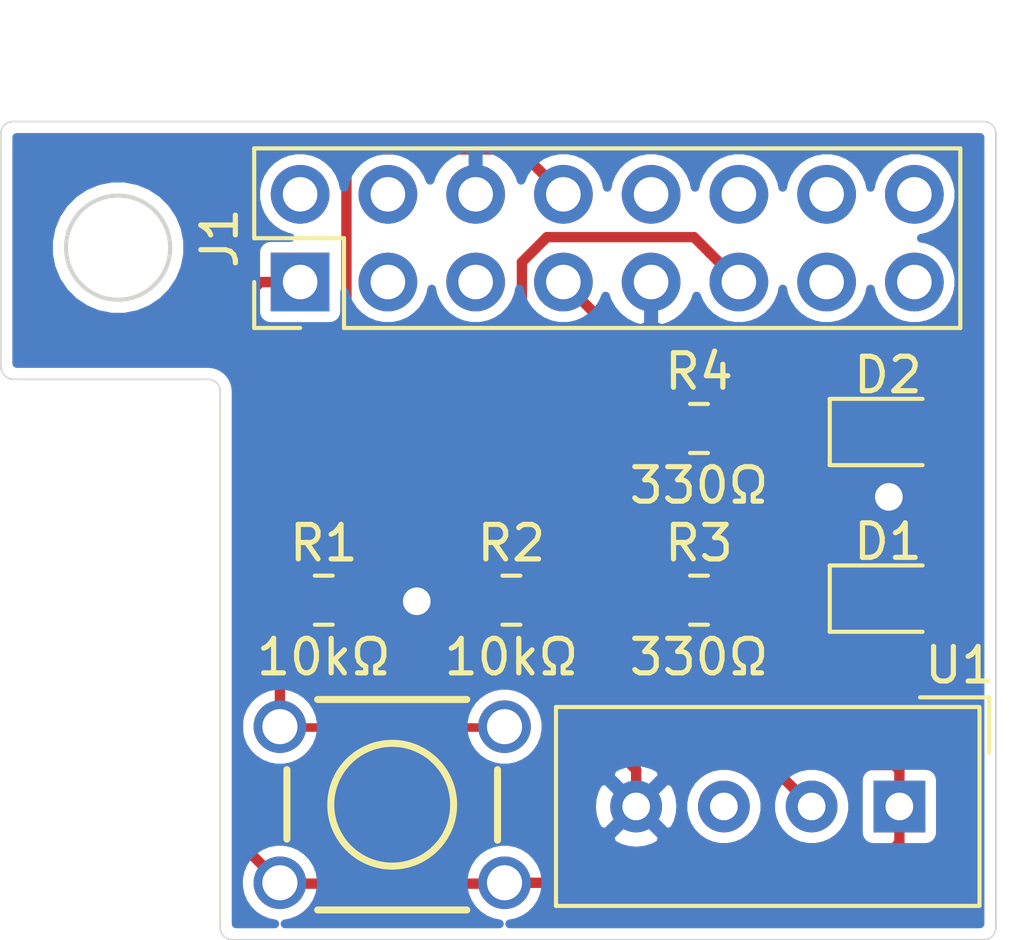
<source format=kicad_pcb>
(kicad_pcb (version 20171130) (host pcbnew "(5.1.5)-3")

  (general
    (thickness 1.6)
    (drawings 14)
    (tracks 63)
    (zones 0)
    (modules 9)
    (nets 19)
  )

  (page A4)
  (title_block
    (title "Raspberry Pi Full Stack HAT")
    (date 2020-07-05)
  )

  (layers
    (0 F.Cu signal)
    (31 B.Cu signal)
    (32 B.Adhes user)
    (33 F.Adhes user)
    (34 B.Paste user)
    (35 F.Paste user)
    (36 B.SilkS user)
    (37 F.SilkS user)
    (38 B.Mask user)
    (39 F.Mask user)
    (40 Dwgs.User user)
    (41 Cmts.User user)
    (42 Eco1.User user)
    (43 Eco2.User user)
    (44 Edge.Cuts user)
    (45 Margin user)
    (46 B.CrtYd user)
    (47 F.CrtYd user)
    (48 B.Fab user)
    (49 F.Fab user)
  )

  (setup
    (last_trace_width 0.3)
    (user_trace_width 0.3)
    (trace_clearance 0.2)
    (zone_clearance 0.508)
    (zone_45_only no)
    (trace_min 0.2)
    (via_size 0.8)
    (via_drill 0.4)
    (via_min_size 0.4)
    (via_min_drill 0.3)
    (user_via 1 0.6)
    (uvia_size 0.3)
    (uvia_drill 0.1)
    (uvias_allowed no)
    (uvia_min_size 0.2)
    (uvia_min_drill 0.1)
    (edge_width 0.05)
    (segment_width 0.2)
    (pcb_text_width 0.3)
    (pcb_text_size 1.5 1.5)
    (mod_edge_width 0.12)
    (mod_text_size 1 1)
    (mod_text_width 0.15)
    (pad_size 1.524 1.524)
    (pad_drill 0.762)
    (pad_to_mask_clearance 0.051)
    (solder_mask_min_width 0.25)
    (aux_axis_origin 0 0)
    (visible_elements 7FFFFFFF)
    (pcbplotparams
      (layerselection 0x010fc_ffffffff)
      (usegerberextensions true)
      (usegerberattributes false)
      (usegerberadvancedattributes false)
      (creategerberjobfile false)
      (excludeedgelayer true)
      (linewidth 0.100000)
      (plotframeref false)
      (viasonmask false)
      (mode 1)
      (useauxorigin false)
      (hpglpennumber 1)
      (hpglpenspeed 20)
      (hpglpendiameter 15.000000)
      (psnegative false)
      (psa4output false)
      (plotreference true)
      (plotvalue true)
      (plotinvisibletext false)
      (padsonsilk false)
      (subtractmaskfromsilk false)
      (outputformat 1)
      (mirror false)
      (drillshape 0)
      (scaleselection 1)
      (outputdirectory "Gerber/"))
  )

  (net 0 "")
  (net 1 GND)
  (net 2 "Net-(D1-Pad2)")
  (net 3 "Net-(D2-Pad2)")
  (net 4 /3.3V)
  (net 5 "Net-(J1-Pad2)")
  (net 6 "Net-(J1-Pad3)")
  (net 7 "Net-(J1-Pad4)")
  (net 8 "Net-(J1-Pad5)")
  (net 9 "Net-(J1-Pad7)")
  (net 10 "Net-(J1-Pad8)")
  (net 11 "Net-(J1-Pad10)")
  (net 12 "Net-(J1-Pad11)")
  (net 13 "Net-(J1-Pad12)")
  (net 14 "Net-(J1-Pad13)")
  (net 15 "Net-(J1-Pad14)")
  (net 16 "Net-(J1-Pad15)")
  (net 17 "Net-(J1-Pad16)")
  (net 18 "Net-(U1-Pad3)")

  (net_class Default "This is the default net class."
    (clearance 0.2)
    (trace_width 0.25)
    (via_dia 0.8)
    (via_drill 0.4)
    (uvia_dia 0.3)
    (uvia_drill 0.1)
    (add_net "Net-(D1-Pad2)")
    (add_net "Net-(D2-Pad2)")
    (add_net "Net-(J1-Pad10)")
    (add_net "Net-(J1-Pad11)")
    (add_net "Net-(J1-Pad12)")
    (add_net "Net-(J1-Pad13)")
    (add_net "Net-(J1-Pad14)")
    (add_net "Net-(J1-Pad15)")
    (add_net "Net-(J1-Pad16)")
    (add_net "Net-(J1-Pad2)")
    (add_net "Net-(J1-Pad3)")
    (add_net "Net-(J1-Pad4)")
    (add_net "Net-(J1-Pad5)")
    (add_net "Net-(J1-Pad7)")
    (add_net "Net-(J1-Pad8)")
    (add_net "Net-(U1-Pad3)")
  )

  (net_class Power ""
    (clearance 0.3)
    (trace_width 0.3)
    (via_dia 1)
    (via_drill 0.8)
    (uvia_dia 0.3)
    (uvia_drill 0.1)
    (add_net /3.3V)
    (add_net GND)
  )

  (module Sensor:Aosong_DHT11_5.5x12.0_P2.54mm (layer F.Cu) (tedit 5C4B60CF) (tstamp 5F022C12)
    (at 135.1534 105.0798 270)
    (descr "Temperature and humidity module, http://akizukidenshi.com/download/ds/aosong/DHT11.pdf")
    (tags "Temperature and humidity module")
    (path /5F0A210D)
    (fp_text reference U1 (at -4.0894 -1.7526 180) (layer F.SilkS)
      (effects (font (size 1 1) (thickness 0.15)))
    )
    (fp_text value DHT22 (at 0 11.3 90) (layer F.Fab)
      (effects (font (size 1 1) (thickness 0.15)))
    )
    (fp_line (start -3.16 -2.6) (end -1.55 -2.6) (layer F.SilkS) (width 0.12))
    (fp_line (start -3.16 -2.6) (end -3.16 -0.6) (layer F.SilkS) (width 0.12))
    (fp_line (start -2.75 -1.19) (end -1.75 -2.19) (layer F.Fab) (width 0.1))
    (fp_line (start -3 10.06) (end -3 -2.44) (layer F.CrtYd) (width 0.05))
    (fp_line (start 3 10.06) (end -3 10.06) (layer F.CrtYd) (width 0.05))
    (fp_line (start 3 -2.44) (end 3 10.06) (layer F.CrtYd) (width 0.05))
    (fp_line (start -3 -2.44) (end 3 -2.44) (layer F.CrtYd) (width 0.05))
    (fp_text user %R (at 0 3.81 90) (layer F.Fab)
      (effects (font (size 1 1) (thickness 0.15)))
    )
    (fp_line (start -2.88 9.94) (end -2.88 -2.31) (layer F.SilkS) (width 0.12))
    (fp_line (start 2.88 9.94) (end -2.88 9.94) (layer F.SilkS) (width 0.12))
    (fp_line (start 2.88 -2.32) (end 2.88 9.94) (layer F.SilkS) (width 0.12))
    (fp_line (start -2.87 -2.32) (end 2.87 -2.32) (layer F.SilkS) (width 0.12))
    (fp_line (start -2.75 -1.19) (end -2.75 9.81) (layer F.Fab) (width 0.1))
    (fp_line (start 2.75 9.81) (end -2.75 9.81) (layer F.Fab) (width 0.1))
    (fp_line (start 2.75 -2.19) (end 2.75 9.81) (layer F.Fab) (width 0.1))
    (fp_line (start -1.75 -2.19) (end 2.75 -2.19) (layer F.Fab) (width 0.1))
    (pad 4 thru_hole circle (at 0 7.62 270) (size 1.5 1.5) (drill 0.8) (layers *.Cu *.Mask)
      (net 1 GND))
    (pad 3 thru_hole circle (at 0 5.08 270) (size 1.5 1.5) (drill 0.8) (layers *.Cu *.Mask)
      (net 18 "Net-(U1-Pad3)"))
    (pad 2 thru_hole circle (at 0 2.54 270) (size 1.5 1.5) (drill 0.8) (layers *.Cu *.Mask)
      (net 12 "Net-(J1-Pad11)"))
    (pad 1 thru_hole rect (at 0 0 270) (size 1.5 1.5) (drill 0.8) (layers *.Cu *.Mask)
      (net 4 /3.3V))
    (model ${KISYS3DMOD}/Sensor.3dshapes/Aosong_DHT11_5.5x12.0_P2.54mm.wrl
      (at (xyz 0 0 0))
      (scale (xyz 1 1 1))
      (rotate (xyz 0 0 0))
    )
  )

  (module Connector_PinHeader_2.54mm:PinHeader_2x08_P2.54mm_Vertical (layer F.Cu) (tedit 59FED5CC) (tstamp 5F023304)
    (at 117.8068 89.8906 90)
    (descr "Through hole straight pin header, 2x08, 2.54mm pitch, double rows")
    (tags "Through hole pin header THT 2x08 2.54mm double row")
    (path /5F09C1D3)
    (fp_text reference J1 (at 1.27 -2.33 90) (layer F.SilkS)
      (effects (font (size 1 1) (thickness 0.15)))
    )
    (fp_text value Raspberry_Pi_2_3 (at 1.27 20.11 90) (layer F.Fab)
      (effects (font (size 1 1) (thickness 0.15)))
    )
    (fp_line (start 0 -1.27) (end 3.81 -1.27) (layer F.Fab) (width 0.1))
    (fp_line (start 3.81 -1.27) (end 3.81 19.05) (layer F.Fab) (width 0.1))
    (fp_line (start 3.81 19.05) (end -1.27 19.05) (layer F.Fab) (width 0.1))
    (fp_line (start -1.27 19.05) (end -1.27 0) (layer F.Fab) (width 0.1))
    (fp_line (start -1.27 0) (end 0 -1.27) (layer F.Fab) (width 0.1))
    (fp_line (start -1.33 19.11) (end 3.87 19.11) (layer F.SilkS) (width 0.12))
    (fp_line (start -1.33 1.27) (end -1.33 19.11) (layer F.SilkS) (width 0.12))
    (fp_line (start 3.87 -1.33) (end 3.87 19.11) (layer F.SilkS) (width 0.12))
    (fp_line (start -1.33 1.27) (end 1.27 1.27) (layer F.SilkS) (width 0.12))
    (fp_line (start 1.27 1.27) (end 1.27 -1.33) (layer F.SilkS) (width 0.12))
    (fp_line (start 1.27 -1.33) (end 3.87 -1.33) (layer F.SilkS) (width 0.12))
    (fp_line (start -1.33 0) (end -1.33 -1.33) (layer F.SilkS) (width 0.12))
    (fp_line (start -1.33 -1.33) (end 0 -1.33) (layer F.SilkS) (width 0.12))
    (fp_line (start -1.8 -1.8) (end -1.8 19.55) (layer F.CrtYd) (width 0.05))
    (fp_line (start -1.8 19.55) (end 4.35 19.55) (layer F.CrtYd) (width 0.05))
    (fp_line (start 4.35 19.55) (end 4.35 -1.8) (layer F.CrtYd) (width 0.05))
    (fp_line (start 4.35 -1.8) (end -1.8 -1.8) (layer F.CrtYd) (width 0.05))
    (fp_text user %R (at 1.27 8.89) (layer F.Fab)
      (effects (font (size 1 1) (thickness 0.15)))
    )
    (pad 1 thru_hole rect (at 0 0 90) (size 1.7 1.7) (drill 1) (layers *.Cu *.Mask)
      (net 4 /3.3V))
    (pad 2 thru_hole oval (at 2.54 0 90) (size 1.7 1.7) (drill 1) (layers *.Cu *.Mask)
      (net 5 "Net-(J1-Pad2)"))
    (pad 3 thru_hole oval (at 0 2.54 90) (size 1.7 1.7) (drill 1) (layers *.Cu *.Mask)
      (net 6 "Net-(J1-Pad3)"))
    (pad 4 thru_hole oval (at 2.54 2.54 90) (size 1.7 1.7) (drill 1) (layers *.Cu *.Mask)
      (net 7 "Net-(J1-Pad4)"))
    (pad 5 thru_hole oval (at 0 5.08 90) (size 1.7 1.7) (drill 1) (layers *.Cu *.Mask)
      (net 8 "Net-(J1-Pad5)"))
    (pad 6 thru_hole oval (at 2.54 5.08 90) (size 1.7 1.7) (drill 1) (layers *.Cu *.Mask)
      (net 1 GND))
    (pad 7 thru_hole oval (at 0 7.62 90) (size 1.7 1.7) (drill 1) (layers *.Cu *.Mask)
      (net 9 "Net-(J1-Pad7)"))
    (pad 8 thru_hole oval (at 2.54 7.62 90) (size 1.7 1.7) (drill 1) (layers *.Cu *.Mask)
      (net 10 "Net-(J1-Pad8)"))
    (pad 9 thru_hole oval (at 0 10.16 90) (size 1.7 1.7) (drill 1) (layers *.Cu *.Mask)
      (net 1 GND))
    (pad 10 thru_hole oval (at 2.54 10.16 90) (size 1.7 1.7) (drill 1) (layers *.Cu *.Mask)
      (net 11 "Net-(J1-Pad10)"))
    (pad 11 thru_hole oval (at 0 12.7 90) (size 1.7 1.7) (drill 1) (layers *.Cu *.Mask)
      (net 12 "Net-(J1-Pad11)"))
    (pad 12 thru_hole oval (at 2.54 12.7 90) (size 1.7 1.7) (drill 1) (layers *.Cu *.Mask)
      (net 13 "Net-(J1-Pad12)"))
    (pad 13 thru_hole oval (at 0 15.24 90) (size 1.7 1.7) (drill 1) (layers *.Cu *.Mask)
      (net 14 "Net-(J1-Pad13)"))
    (pad 14 thru_hole oval (at 2.54 15.24 90) (size 1.7 1.7) (drill 1) (layers *.Cu *.Mask)
      (net 15 "Net-(J1-Pad14)"))
    (pad 15 thru_hole oval (at 0 17.78 90) (size 1.7 1.7) (drill 1) (layers *.Cu *.Mask)
      (net 16 "Net-(J1-Pad15)"))
    (pad 16 thru_hole oval (at 2.54 17.78 90) (size 1.7 1.7) (drill 1) (layers *.Cu *.Mask)
      (net 17 "Net-(J1-Pad16)"))
    (model ${KISYS3DMOD}/Connector_PinHeader_2.54mm.3dshapes/PinHeader_2x08_P2.54mm_Vertical.wrl
      (at (xyz 0 0 0))
      (scale (xyz 1 1 1))
      (rotate (xyz 0 0 0))
    )
  )

  (module LED_SMD:LED_0805_2012Metric (layer F.Cu) (tedit 5B36C52C) (tstamp 5F021362)
    (at 134.8232 94.234)
    (descr "LED SMD 0805 (2012 Metric), square (rectangular) end terminal, IPC_7351 nominal, (Body size source: https://docs.google.com/spreadsheets/d/1BsfQQcO9C6DZCsRaXUlFlo91Tg2WpOkGARC1WS5S8t0/edit?usp=sharing), generated with kicad-footprint-generator")
    (tags diode)
    (path /5F0A0FA7)
    (attr smd)
    (fp_text reference D2 (at 0 -1.65) (layer F.SilkS)
      (effects (font (size 1 1) (thickness 0.15)))
    )
    (fp_text value LED (at 0 1.65) (layer F.Fab)
      (effects (font (size 1 1) (thickness 0.15)))
    )
    (fp_line (start 1 -0.6) (end -0.7 -0.6) (layer F.Fab) (width 0.1))
    (fp_line (start -0.7 -0.6) (end -1 -0.3) (layer F.Fab) (width 0.1))
    (fp_line (start -1 -0.3) (end -1 0.6) (layer F.Fab) (width 0.1))
    (fp_line (start -1 0.6) (end 1 0.6) (layer F.Fab) (width 0.1))
    (fp_line (start 1 0.6) (end 1 -0.6) (layer F.Fab) (width 0.1))
    (fp_line (start 1 -0.96) (end -1.685 -0.96) (layer F.SilkS) (width 0.12))
    (fp_line (start -1.685 -0.96) (end -1.685 0.96) (layer F.SilkS) (width 0.12))
    (fp_line (start -1.685 0.96) (end 1 0.96) (layer F.SilkS) (width 0.12))
    (fp_line (start -1.68 0.95) (end -1.68 -0.95) (layer F.CrtYd) (width 0.05))
    (fp_line (start -1.68 -0.95) (end 1.68 -0.95) (layer F.CrtYd) (width 0.05))
    (fp_line (start 1.68 -0.95) (end 1.68 0.95) (layer F.CrtYd) (width 0.05))
    (fp_line (start 1.68 0.95) (end -1.68 0.95) (layer F.CrtYd) (width 0.05))
    (fp_text user %R (at 0 0) (layer F.Fab)
      (effects (font (size 0.5 0.5) (thickness 0.08)))
    )
    (pad 1 smd roundrect (at -0.9375 0) (size 0.975 1.4) (layers F.Cu F.Paste F.Mask) (roundrect_rratio 0.25)
      (net 1 GND))
    (pad 2 smd roundrect (at 0.9375 0) (size 0.975 1.4) (layers F.Cu F.Paste F.Mask) (roundrect_rratio 0.25)
      (net 3 "Net-(D2-Pad2)"))
    (model ${KISYS3DMOD}/LED_SMD.3dshapes/LED_0805_2012Metric.wrl
      (at (xyz 0 0 0))
      (scale (xyz 1 1 1))
      (rotate (xyz 0 0 0))
    )
  )

  (module LED_SMD:LED_0805_2012Metric (layer F.Cu) (tedit 5B36C52C) (tstamp 5F021375)
    (at 134.8232 99.06)
    (descr "LED SMD 0805 (2012 Metric), square (rectangular) end terminal, IPC_7351 nominal, (Body size source: https://docs.google.com/spreadsheets/d/1BsfQQcO9C6DZCsRaXUlFlo91Tg2WpOkGARC1WS5S8t0/edit?usp=sharing), generated with kicad-footprint-generator")
    (tags diode)
    (path /5F0DD786)
    (attr smd)
    (fp_text reference D1 (at 0 -1.65) (layer F.SilkS)
      (effects (font (size 1 1) (thickness 0.15)))
    )
    (fp_text value LED (at 0 1.65) (layer F.Fab)
      (effects (font (size 1 1) (thickness 0.15)))
    )
    (fp_line (start 1 -0.6) (end -0.7 -0.6) (layer F.Fab) (width 0.1))
    (fp_line (start -0.7 -0.6) (end -1 -0.3) (layer F.Fab) (width 0.1))
    (fp_line (start -1 -0.3) (end -1 0.6) (layer F.Fab) (width 0.1))
    (fp_line (start -1 0.6) (end 1 0.6) (layer F.Fab) (width 0.1))
    (fp_line (start 1 0.6) (end 1 -0.6) (layer F.Fab) (width 0.1))
    (fp_line (start 1 -0.96) (end -1.685 -0.96) (layer F.SilkS) (width 0.12))
    (fp_line (start -1.685 -0.96) (end -1.685 0.96) (layer F.SilkS) (width 0.12))
    (fp_line (start -1.685 0.96) (end 1 0.96) (layer F.SilkS) (width 0.12))
    (fp_line (start -1.68 0.95) (end -1.68 -0.95) (layer F.CrtYd) (width 0.05))
    (fp_line (start -1.68 -0.95) (end 1.68 -0.95) (layer F.CrtYd) (width 0.05))
    (fp_line (start 1.68 -0.95) (end 1.68 0.95) (layer F.CrtYd) (width 0.05))
    (fp_line (start 1.68 0.95) (end -1.68 0.95) (layer F.CrtYd) (width 0.05))
    (fp_text user %R (at 0 0) (layer F.Fab)
      (effects (font (size 0.5 0.5) (thickness 0.08)))
    )
    (pad 1 smd roundrect (at -0.9375 0) (size 0.975 1.4) (layers F.Cu F.Paste F.Mask) (roundrect_rratio 0.25)
      (net 1 GND))
    (pad 2 smd roundrect (at 0.9375 0) (size 0.975 1.4) (layers F.Cu F.Paste F.Mask) (roundrect_rratio 0.25)
      (net 2 "Net-(D1-Pad2)"))
    (model ${KISYS3DMOD}/LED_SMD.3dshapes/LED_0805_2012Metric.wrl
      (at (xyz 0 0 0))
      (scale (xyz 1 1 1))
      (rotate (xyz 0 0 0))
    )
  )

  (module Resistor_SMD:R_0805_2012Metric (layer F.Cu) (tedit 5B36C52B) (tstamp 5F02217F)
    (at 118.491 99.105)
    (descr "Resistor SMD 0805 (2012 Metric), square (rectangular) end terminal, IPC_7351 nominal, (Body size source: https://docs.google.com/spreadsheets/d/1BsfQQcO9C6DZCsRaXUlFlo91Tg2WpOkGARC1WS5S8t0/edit?usp=sharing), generated with kicad-footprint-generator")
    (tags resistor)
    (path /5F0A0274)
    (attr smd)
    (fp_text reference R1 (at 0 -1.65) (layer F.SilkS)
      (effects (font (size 1 1) (thickness 0.15)))
    )
    (fp_text value 10kΩ (at 0 1.65) (layer F.SilkS)
      (effects (font (size 1 1) (thickness 0.15)))
    )
    (fp_line (start -1 0.6) (end -1 -0.6) (layer F.Fab) (width 0.1))
    (fp_line (start -1 -0.6) (end 1 -0.6) (layer F.Fab) (width 0.1))
    (fp_line (start 1 -0.6) (end 1 0.6) (layer F.Fab) (width 0.1))
    (fp_line (start 1 0.6) (end -1 0.6) (layer F.Fab) (width 0.1))
    (fp_line (start -0.258578 -0.71) (end 0.258578 -0.71) (layer F.SilkS) (width 0.12))
    (fp_line (start -0.258578 0.71) (end 0.258578 0.71) (layer F.SilkS) (width 0.12))
    (fp_line (start -1.68 0.95) (end -1.68 -0.95) (layer F.CrtYd) (width 0.05))
    (fp_line (start -1.68 -0.95) (end 1.68 -0.95) (layer F.CrtYd) (width 0.05))
    (fp_line (start 1.68 -0.95) (end 1.68 0.95) (layer F.CrtYd) (width 0.05))
    (fp_line (start 1.68 0.95) (end -1.68 0.95) (layer F.CrtYd) (width 0.05))
    (fp_text user %R (at 0 0) (layer F.Fab)
      (effects (font (size 0.5 0.5) (thickness 0.08)))
    )
    (pad 1 smd roundrect (at -0.9375 0) (size 0.975 1.4) (layers F.Cu F.Paste F.Mask) (roundrect_rratio 0.25)
      (net 10 "Net-(J1-Pad8)"))
    (pad 2 smd roundrect (at 0.9375 0) (size 0.975 1.4) (layers F.Cu F.Paste F.Mask) (roundrect_rratio 0.25)
      (net 1 GND))
    (model ${KISYS3DMOD}/Resistor_SMD.3dshapes/R_0805_2012Metric.wrl
      (at (xyz 0 0 0))
      (scale (xyz 1 1 1))
      (rotate (xyz 0 0 0))
    )
  )

  (module Resistor_SMD:R_0805_2012Metric (layer F.Cu) (tedit 5B36C52B) (tstamp 5F0213BD)
    (at 129.352466 94.1324)
    (descr "Resistor SMD 0805 (2012 Metric), square (rectangular) end terminal, IPC_7351 nominal, (Body size source: https://docs.google.com/spreadsheets/d/1BsfQQcO9C6DZCsRaXUlFlo91Tg2WpOkGARC1WS5S8t0/edit?usp=sharing), generated with kicad-footprint-generator")
    (tags resistor)
    (path /5F0A0897)
    (attr smd)
    (fp_text reference R4 (at 0 -1.65) (layer F.SilkS)
      (effects (font (size 1 1) (thickness 0.15)))
    )
    (fp_text value 330Ω (at 0 1.65) (layer F.SilkS)
      (effects (font (size 1 1) (thickness 0.15)))
    )
    (fp_text user %R (at 0 0) (layer F.Fab)
      (effects (font (size 0.5 0.5) (thickness 0.08)))
    )
    (fp_line (start 1.68 0.95) (end -1.68 0.95) (layer F.CrtYd) (width 0.05))
    (fp_line (start 1.68 -0.95) (end 1.68 0.95) (layer F.CrtYd) (width 0.05))
    (fp_line (start -1.68 -0.95) (end 1.68 -0.95) (layer F.CrtYd) (width 0.05))
    (fp_line (start -1.68 0.95) (end -1.68 -0.95) (layer F.CrtYd) (width 0.05))
    (fp_line (start -0.258578 0.71) (end 0.258578 0.71) (layer F.SilkS) (width 0.12))
    (fp_line (start -0.258578 -0.71) (end 0.258578 -0.71) (layer F.SilkS) (width 0.12))
    (fp_line (start 1 0.6) (end -1 0.6) (layer F.Fab) (width 0.1))
    (fp_line (start 1 -0.6) (end 1 0.6) (layer F.Fab) (width 0.1))
    (fp_line (start -1 -0.6) (end 1 -0.6) (layer F.Fab) (width 0.1))
    (fp_line (start -1 0.6) (end -1 -0.6) (layer F.Fab) (width 0.1))
    (pad 2 smd roundrect (at 0.9375 0) (size 0.975 1.4) (layers F.Cu F.Paste F.Mask) (roundrect_rratio 0.25)
      (net 3 "Net-(D2-Pad2)"))
    (pad 1 smd roundrect (at -0.9375 0) (size 0.975 1.4) (layers F.Cu F.Paste F.Mask) (roundrect_rratio 0.25)
      (net 9 "Net-(J1-Pad7)"))
    (model ${KISYS3DMOD}/Resistor_SMD.3dshapes/R_0805_2012Metric.wrl
      (at (xyz 0 0 0))
      (scale (xyz 1 1 1))
      (rotate (xyz 0 0 0))
    )
  )

  (module Resistor_SMD:R_0805_2012Metric (layer F.Cu) (tedit 5B36C52B) (tstamp 5F0213CE)
    (at 123.921733 99.105)
    (descr "Resistor SMD 0805 (2012 Metric), square (rectangular) end terminal, IPC_7351 nominal, (Body size source: https://docs.google.com/spreadsheets/d/1BsfQQcO9C6DZCsRaXUlFlo91Tg2WpOkGARC1WS5S8t0/edit?usp=sharing), generated with kicad-footprint-generator")
    (tags resistor)
    (path /5F0A0B70)
    (attr smd)
    (fp_text reference R2 (at 0 -1.65) (layer F.SilkS)
      (effects (font (size 1 1) (thickness 0.15)))
    )
    (fp_text value 10kΩ (at 0 1.65) (layer F.SilkS)
      (effects (font (size 1 1) (thickness 0.15)))
    )
    (fp_text user %R (at 0 0) (layer F.Fab)
      (effects (font (size 0.5 0.5) (thickness 0.08)))
    )
    (fp_line (start 1.68 0.95) (end -1.68 0.95) (layer F.CrtYd) (width 0.05))
    (fp_line (start 1.68 -0.95) (end 1.68 0.95) (layer F.CrtYd) (width 0.05))
    (fp_line (start -1.68 -0.95) (end 1.68 -0.95) (layer F.CrtYd) (width 0.05))
    (fp_line (start -1.68 0.95) (end -1.68 -0.95) (layer F.CrtYd) (width 0.05))
    (fp_line (start -0.258578 0.71) (end 0.258578 0.71) (layer F.SilkS) (width 0.12))
    (fp_line (start -0.258578 -0.71) (end 0.258578 -0.71) (layer F.SilkS) (width 0.12))
    (fp_line (start 1 0.6) (end -1 0.6) (layer F.Fab) (width 0.1))
    (fp_line (start 1 -0.6) (end 1 0.6) (layer F.Fab) (width 0.1))
    (fp_line (start -1 -0.6) (end 1 -0.6) (layer F.Fab) (width 0.1))
    (fp_line (start -1 0.6) (end -1 -0.6) (layer F.Fab) (width 0.1))
    (pad 2 smd roundrect (at 0.9375 0) (size 0.975 1.4) (layers F.Cu F.Paste F.Mask) (roundrect_rratio 0.25)
      (net 4 /3.3V))
    (pad 1 smd roundrect (at -0.9375 0) (size 0.975 1.4) (layers F.Cu F.Paste F.Mask) (roundrect_rratio 0.25)
      (net 12 "Net-(J1-Pad11)"))
    (model ${KISYS3DMOD}/Resistor_SMD.3dshapes/R_0805_2012Metric.wrl
      (at (xyz 0 0 0))
      (scale (xyz 1 1 1))
      (rotate (xyz 0 0 0))
    )
  )

  (module Resistor_SMD:R_0805_2012Metric (layer F.Cu) (tedit 5B36C52B) (tstamp 5F0213DF)
    (at 129.352466 99.105)
    (descr "Resistor SMD 0805 (2012 Metric), square (rectangular) end terminal, IPC_7351 nominal, (Body size source: https://docs.google.com/spreadsheets/d/1BsfQQcO9C6DZCsRaXUlFlo91Tg2WpOkGARC1WS5S8t0/edit?usp=sharing), generated with kicad-footprint-generator")
    (tags resistor)
    (path /5F0DD77C)
    (attr smd)
    (fp_text reference R3 (at 0 -1.65) (layer F.SilkS)
      (effects (font (size 1 1) (thickness 0.15)))
    )
    (fp_text value 330Ω (at 0 1.65) (layer F.SilkS)
      (effects (font (size 1 1) (thickness 0.15)))
    )
    (fp_line (start -1 0.6) (end -1 -0.6) (layer F.Fab) (width 0.1))
    (fp_line (start -1 -0.6) (end 1 -0.6) (layer F.Fab) (width 0.1))
    (fp_line (start 1 -0.6) (end 1 0.6) (layer F.Fab) (width 0.1))
    (fp_line (start 1 0.6) (end -1 0.6) (layer F.Fab) (width 0.1))
    (fp_line (start -0.258578 -0.71) (end 0.258578 -0.71) (layer F.SilkS) (width 0.12))
    (fp_line (start -0.258578 0.71) (end 0.258578 0.71) (layer F.SilkS) (width 0.12))
    (fp_line (start -1.68 0.95) (end -1.68 -0.95) (layer F.CrtYd) (width 0.05))
    (fp_line (start -1.68 -0.95) (end 1.68 -0.95) (layer F.CrtYd) (width 0.05))
    (fp_line (start 1.68 -0.95) (end 1.68 0.95) (layer F.CrtYd) (width 0.05))
    (fp_line (start 1.68 0.95) (end -1.68 0.95) (layer F.CrtYd) (width 0.05))
    (fp_text user %R (at 0 0) (layer F.Fab)
      (effects (font (size 0.5 0.5) (thickness 0.08)))
    )
    (pad 1 smd roundrect (at -0.9375 0) (size 0.975 1.4) (layers F.Cu F.Paste F.Mask) (roundrect_rratio 0.25)
      (net 4 /3.3V))
    (pad 2 smd roundrect (at 0.9375 0) (size 0.975 1.4) (layers F.Cu F.Paste F.Mask) (roundrect_rratio 0.25)
      (net 2 "Net-(D1-Pad2)"))
    (model ${KISYS3DMOD}/Resistor_SMD.3dshapes/R_0805_2012Metric.wrl
      (at (xyz 0 0 0))
      (scale (xyz 1 1 1))
      (rotate (xyz 0 0 0))
    )
  )

  (module freetronics_footprints:SW_PUSHBUTTON_PTH (layer F.Cu) (tedit 5477A5C1) (tstamp 5F0213FB)
    (at 120.4722 105.029 180)
    (descr "<b>OMRON SWITCH</b>")
    (path /5F09F4D6)
    (fp_text reference SW1 (at -0.05 0) (layer Eco1.User)
      (effects (font (size 0.6 0.6) (thickness 0.1)))
    )
    (fp_text value SW_DPST (at 0 0) (layer Eco1.User) hide
      (effects (font (size 0 0) (thickness 0.000001)))
    )
    (fp_circle (center 0 0) (end 1.778 0) (layer F.SilkS) (width 0.2032))
    (fp_line (start -2.54 -0.508) (end -2.159 0.381) (layer Cmts.User) (width 0.2032))
    (fp_line (start -2.54 0.508) (end -2.54 1.27) (layer Cmts.User) (width 0.2032))
    (fp_line (start -2.54 -1.27) (end -2.54 -0.508) (layer Cmts.User) (width 0.2032))
    (fp_line (start -3.048 -1.02616) (end -3.048 1.016) (layer F.SilkS) (width 0.2032))
    (fp_line (start 3.048 -0.99568) (end 3.048 1.016) (layer F.SilkS) (width 0.2032))
    (fp_line (start -2.159 3.048) (end 2.159 3.048) (layer F.SilkS) (width 0.2032))
    (fp_line (start 2.159 -3.048) (end -2.159 -3.048) (layer F.SilkS) (width 0.2032))
    (fp_line (start 2.54 -3.048) (end 2.159 -3.048) (layer Cmts.User) (width 0.2032))
    (fp_line (start -2.54 -3.048) (end -2.159 -3.048) (layer Cmts.User) (width 0.2032))
    (fp_line (start -2.54 3.048) (end -2.159 3.048) (layer Cmts.User) (width 0.2032))
    (fp_line (start 2.54 3.048) (end 2.159 3.048) (layer Cmts.User) (width 0.2032))
    (fp_line (start -3.048 2.54) (end -3.048 1.016) (layer Cmts.User) (width 0.2032))
    (fp_line (start -2.54 3.048) (end -3.048 2.54) (layer Cmts.User) (width 0.2032))
    (fp_line (start -3.048 -2.54) (end -3.048 -1.016) (layer Cmts.User) (width 0.2032))
    (fp_line (start -2.54 -3.048) (end -3.048 -2.54) (layer Cmts.User) (width 0.2032))
    (fp_line (start 3.048 2.54) (end 3.048 1.016) (layer Cmts.User) (width 0.2032))
    (fp_line (start 2.54 3.048) (end 3.048 2.54) (layer Cmts.User) (width 0.2032))
    (fp_line (start 3.048 -2.54) (end 2.54 -3.048) (layer Cmts.User) (width 0.2032))
    (fp_line (start 3.048 -1.016) (end 3.048 -2.54) (layer Cmts.User) (width 0.2032))
    (pad 2 thru_hole oval (at 3.2512 2.2606 180) (size 1.524 1.524) (drill 1.016) (layers *.Cu *.Mask)
      (net 10 "Net-(J1-Pad8)"))
    (pad 2 thru_hole oval (at -3.2512 2.2606 180) (size 1.524 1.524) (drill 1.016) (layers *.Cu *.Mask)
      (net 10 "Net-(J1-Pad8)"))
    (pad 1 thru_hole oval (at 3.2512 -2.2606 180) (size 1.524 1.524) (drill 1.016) (layers *.Cu *.Mask)
      (net 4 /3.3V))
    (pad 1 thru_hole oval (at -3.2512 -2.2606 180) (size 1.524 1.524) (drill 1.016) (layers *.Cu *.Mask)
      (net 4 /3.3V))
  )

  (gr_line (start 137.9474 85.598) (end 137.9474 108.585) (layer Edge.Cuts) (width 0.05))
  (gr_line (start 115.4938 108.585) (end 115.4938 93.0656) (layer Edge.Cuts) (width 0.05) (tstamp 5F0229E2))
  (gr_line (start 109.5248 92.71) (end 115.1382 92.71) (layer Edge.Cuts) (width 0.05) (tstamp 5F0229C9))
  (dimension 5.334242 (width 0.15) (layer Dwgs.User)
    (gr_text "5.334 mm" (at 115.102134 82.420621 0.5456575934) (layer Dwgs.User)
      (effects (font (size 1 1) (thickness 0.15)))
    )
    (feature1 (pts (xy 117.8306 88.8492) (xy 117.775929 83.108768)))
    (feature2 (pts (xy 112.4966 88.9) (xy 112.441929 83.159568)))
    (crossbar (pts (xy 112.447514 83.745962) (xy 117.781514 83.695162)))
    (arrow1a (pts (xy 117.781514 83.695162) (xy 116.660646 84.292284)))
    (arrow1b (pts (xy 117.781514 83.695162) (xy 116.649477 83.119496)))
    (arrow2a (pts (xy 112.447514 83.745962) (xy 113.579551 84.321628)))
    (arrow2b (pts (xy 112.447514 83.745962) (xy 113.568382 83.14884)))
  )
  (gr_line (start 115.8494 108.9406) (end 137.5918 108.9406) (layer Edge.Cuts) (width 0.05))
  (gr_line (start 109.4994 85.2424) (end 137.5918 85.2424) (layer Edge.Cuts) (width 0.05) (tstamp 5F0229CB))
  (gr_line (start 109.1438 92.329) (end 109.1438 85.598) (layer Edge.Cuts) (width 0.05) (tstamp 5F0229CA))
  (gr_arc (start 137.5918 85.598) (end 137.9474 85.598) (angle -90) (layer Edge.Cuts) (width 0.05))
  (gr_arc (start 137.5918 108.585) (end 137.5918 108.9406) (angle -90) (layer Edge.Cuts) (width 0.05))
  (gr_arc (start 115.8494 108.585) (end 115.4938 108.585) (angle -90) (layer Edge.Cuts) (width 0.05))
  (gr_arc (start 115.1382 93.0656) (end 115.4938 93.0656) (angle -90) (layer Edge.Cuts) (width 0.05))
  (gr_arc (start 109.5248 92.329) (end 109.1438 92.329) (angle -90) (layer Edge.Cuts) (width 0.05))
  (gr_arc (start 109.4994 85.598) (end 109.4994 85.2424) (angle -90) (layer Edge.Cuts) (width 0.05))
  (gr_circle (center 112.53724 88.89492) (end 114.044631 88.89492) (layer Edge.Cuts) (width 0.12))

  (segment (start 121.17852 100.85502) (end 119.914027 99.590527) (width 0.3) (layer F.Cu) (net 1))
  (segment (start 119.914027 99.590527) (end 119.4285 99.105) (width 0.3) (layer F.Cu) (net 1))
  (segment (start 123.86128 100.85502) (end 121.17852 100.85502) (width 0.3) (layer F.Cu) (net 1))
  (segment (start 133.8857 99.06) (end 133.8857 96.6701) (width 0.3) (layer F.Cu) (net 1))
  (via (at 134.8486 96.1136) (size 1) (drill 0.8) (layers F.Cu B.Cu) (net 1))
  (segment (start 134.8255 96.0905) (end 134.8486 96.1136) (width 0.3) (layer F.Cu) (net 1))
  (segment (start 133.8857 96.0905) (end 134.8255 96.0905) (width 0.3) (layer F.Cu) (net 1))
  (segment (start 133.8857 96.0905) (end 133.8857 94.234) (width 0.3) (layer F.Cu) (net 1))
  (segment (start 133.8857 96.6701) (end 133.8857 96.0905) (width 0.3) (layer F.Cu) (net 1))
  (via (at 121.1834 99.1362) (size 1) (drill 0.8) (layers F.Cu B.Cu) (net 1))
  (segment (start 121.17852 100.85502) (end 121.17852 99.14108) (width 0.3) (layer F.Cu) (net 1))
  (segment (start 121.17852 99.14108) (end 121.1834 99.1362) (width 0.3) (layer F.Cu) (net 1))
  (segment (start 124.36928 100.85502) (end 123.86128 100.85502) (width 0.3) (layer F.Cu) (net 1))
  (segment (start 127.5334 104.01914) (end 124.36928 100.85502) (width 0.3) (layer F.Cu) (net 1))
  (segment (start 127.5334 105.0798) (end 127.5334 104.01914) (width 0.3) (layer F.Cu) (net 1))
  (segment (start 130.775493 99.590527) (end 130.289966 99.105) (width 0.25) (layer F.Cu) (net 2))
  (segment (start 131.369976 100.18501) (end 130.775493 99.590527) (width 0.25) (layer F.Cu) (net 2))
  (segment (start 135.33569 100.18501) (end 131.369976 100.18501) (width 0.25) (layer F.Cu) (net 2))
  (segment (start 135.7607 99.76) (end 135.33569 100.18501) (width 0.25) (layer F.Cu) (net 2))
  (segment (start 135.7607 99.06) (end 135.7607 99.76) (width 0.25) (layer F.Cu) (net 2))
  (segment (start 135.275173 93.748473) (end 135.7607 94.234) (width 0.25) (layer F.Cu) (net 3))
  (segment (start 134.63569 93.10899) (end 135.275173 93.748473) (width 0.25) (layer F.Cu) (net 3))
  (segment (start 131.313376 93.10899) (end 134.63569 93.10899) (width 0.25) (layer F.Cu) (net 3))
  (segment (start 130.289966 94.1324) (end 131.313376 93.10899) (width 0.25) (layer F.Cu) (net 3))
  (segment (start 124.859233 99.105) (end 125.346733 99.105) (width 0.3) (layer F.Cu) (net 4))
  (segment (start 116.7384 107.315) (end 123.2408 107.315) (width 0.3) (layer F.Cu) (net 4))
  (segment (start 124.31843 107.315) (end 123.2408 107.315) (width 0.3) (layer F.Cu) (net 4))
  (segment (start 128.414966 99.105) (end 124.859233 99.105) (width 0.3) (layer F.Cu) (net 4))
  (segment (start 116.6568 89.8906) (end 117.8068 89.8906) (width 0.3) (layer F.Cu) (net 4))
  (segment (start 116.008999 106.077599) (end 116.008999 90.538401) (width 0.3) (layer F.Cu) (net 4))
  (segment (start 116.008999 90.538401) (end 116.6568 89.8906) (width 0.3) (layer F.Cu) (net 4))
  (segment (start 117.221 107.2896) (end 116.008999 106.077599) (width 0.3) (layer F.Cu) (net 4))
  (segment (start 133.189765 103.879799) (end 128.900493 99.590527) (width 0.3) (layer F.Cu) (net 4))
  (segment (start 135.003399 103.879799) (end 133.189765 103.879799) (width 0.3) (layer F.Cu) (net 4))
  (segment (start 128.900493 99.590527) (end 128.414966 99.105) (width 0.3) (layer F.Cu) (net 4))
  (segment (start 135.1534 104.0298) (end 135.003399 103.879799) (width 0.3) (layer F.Cu) (net 4))
  (segment (start 135.1534 105.0798) (end 135.1534 104.0298) (width 0.3) (layer F.Cu) (net 4))
  (segment (start 135.1534 106.1298) (end 135.1534 105.0798) (width 0.3) (layer F.Cu) (net 4))
  (segment (start 133.9936 107.2896) (end 135.1534 106.1298) (width 0.3) (layer F.Cu) (net 4))
  (segment (start 123.7234 107.2896) (end 133.9936 107.2896) (width 0.3) (layer F.Cu) (net 4))
  (segment (start 128.414966 94.1324) (end 128.414966 93.361366) (width 0.25) (layer F.Cu) (net 9))
  (segment (start 128.414966 92.878766) (end 125.4268 89.8906) (width 0.3) (layer F.Cu) (net 9))
  (segment (start 128.414966 94.1324) (end 128.414966 92.878766) (width 0.3) (layer F.Cu) (net 9))
  (segment (start 116.7384 102.7938) (end 123.2408 102.7938) (width 0.25) (layer F.Cu) (net 10))
  (segment (start 117.5535 99.105) (end 117.5535 98.405) (width 0.25) (layer F.Cu) (net 10))
  (segment (start 117.221 99.4375) (end 117.5535 99.105) (width 0.3) (layer F.Cu) (net 10))
  (segment (start 117.221 102.7684) (end 117.221 99.4375) (width 0.3) (layer F.Cu) (net 10))
  (segment (start 124.576801 86.500601) (end 125.4268 87.3506) (width 0.3) (layer F.Cu) (net 10))
  (segment (start 124.126799 86.050599) (end 124.576801 86.500601) (width 0.3) (layer F.Cu) (net 10))
  (segment (start 119.146799 86.212201) (end 119.308401 86.050599) (width 0.3) (layer F.Cu) (net 10))
  (segment (start 119.146799 97.511701) (end 119.146799 86.212201) (width 0.3) (layer F.Cu) (net 10))
  (segment (start 119.308401 86.050599) (end 124.126799 86.050599) (width 0.3) (layer F.Cu) (net 10))
  (segment (start 117.5535 99.105) (end 119.146799 97.511701) (width 0.3) (layer F.Cu) (net 10))
  (segment (start 123.46976 99.590527) (end 122.984233 99.105) (width 0.3) (layer F.Cu) (net 12))
  (segment (start 124.134244 100.255011) (end 123.46976 99.590527) (width 0.3) (layer F.Cu) (net 12))
  (segment (start 127.788611 100.255011) (end 124.134244 100.255011) (width 0.3) (layer F.Cu) (net 12))
  (segment (start 132.6134 105.0798) (end 127.788611 100.255011) (width 0.3) (layer F.Cu) (net 12))
  (segment (start 129.206799 88.590599) (end 129.656801 89.040601) (width 0.3) (layer F.Cu) (net 12))
  (segment (start 124.950799 88.590599) (end 129.206799 88.590599) (width 0.3) (layer F.Cu) (net 12))
  (segment (start 129.656801 89.040601) (end 130.5068 89.8906) (width 0.3) (layer F.Cu) (net 12))
  (segment (start 124.226799 89.314599) (end 124.950799 88.590599) (width 0.3) (layer F.Cu) (net 12))
  (segment (start 124.226799 97.862434) (end 124.226799 89.314599) (width 0.3) (layer F.Cu) (net 12))
  (segment (start 122.984233 99.105) (end 124.226799 97.862434) (width 0.3) (layer F.Cu) (net 12))

  (zone (net 1) (net_name GND) (layer B.Cu) (tstamp 5F0269FA) (hatch edge 0.508)
    (connect_pads (clearance 0.308))
    (min_thickness 0.254)
    (fill yes (arc_segments 32) (thermal_gap 0.408) (thermal_bridge_width 0.408))
    (polygon
      (pts
        (xy 137.795 85.471) (xy 137.795 108.6485) (xy 137.7315 108.7755) (xy 115.8875 108.7755) (xy 115.6335 108.712)
        (xy 115.697 92.9005) (xy 115.3795 92.583) (xy 109.474 92.583) (xy 109.2835 92.456) (xy 109.2835 85.5345)
        (xy 109.474 85.344) (xy 137.6045 85.344)
      )
    )
    (filled_polygon
      (pts
        (xy 137.487401 108.4806) (xy 123.871458 108.4806) (xy 124.072552 108.4406) (xy 124.290392 108.350368) (xy 124.486443 108.219371)
        (xy 124.653171 108.052643) (xy 124.784168 107.856592) (xy 124.8744 107.638752) (xy 124.9204 107.407494) (xy 124.9204 107.171706)
        (xy 124.8744 106.940448) (xy 124.784168 106.722608) (xy 124.653171 106.526557) (xy 124.486443 106.359829) (xy 124.290392 106.228832)
        (xy 124.072552 106.1386) (xy 123.841294 106.0926) (xy 123.605506 106.0926) (xy 123.374248 106.1386) (xy 123.156408 106.228832)
        (xy 122.960357 106.359829) (xy 122.793629 106.526557) (xy 122.662632 106.722608) (xy 122.5724 106.940448) (xy 122.5264 107.171706)
        (xy 122.5264 107.407494) (xy 122.5724 107.638752) (xy 122.662632 107.856592) (xy 122.793629 108.052643) (xy 122.960357 108.219371)
        (xy 123.156408 108.350368) (xy 123.374248 108.4406) (xy 123.575342 108.4806) (xy 117.369058 108.4806) (xy 117.570152 108.4406)
        (xy 117.787992 108.350368) (xy 117.984043 108.219371) (xy 118.150771 108.052643) (xy 118.281768 107.856592) (xy 118.372 107.638752)
        (xy 118.418 107.407494) (xy 118.418 107.171706) (xy 118.372 106.940448) (xy 118.281768 106.722608) (xy 118.150771 106.526557)
        (xy 117.984043 106.359829) (xy 117.787992 106.228832) (xy 117.570152 106.1386) (xy 117.338894 106.0926) (xy 117.103106 106.0926)
        (xy 116.871848 106.1386) (xy 116.654008 106.228832) (xy 116.457957 106.359829) (xy 116.291229 106.526557) (xy 116.160232 106.722608)
        (xy 116.07 106.940448) (xy 116.024 107.171706) (xy 116.024 107.407494) (xy 116.07 107.638752) (xy 116.160232 107.856592)
        (xy 116.291229 108.052643) (xy 116.457957 108.219371) (xy 116.654008 108.350368) (xy 116.871848 108.4406) (xy 117.072942 108.4806)
        (xy 115.9538 108.4806) (xy 115.9538 105.950888) (xy 126.771207 105.950888) (xy 126.838086 106.167818) (xy 127.063708 106.282561)
        (xy 127.30738 106.351083) (xy 127.559738 106.37075) (xy 127.811084 106.340806) (xy 128.051758 106.262403) (xy 128.228714 106.167818)
        (xy 128.295593 105.950888) (xy 127.5334 105.188694) (xy 126.771207 105.950888) (xy 115.9538 105.950888) (xy 115.9538 105.106138)
        (xy 126.24245 105.106138) (xy 126.272394 105.357484) (xy 126.350797 105.598158) (xy 126.445382 105.775114) (xy 126.662312 105.841993)
        (xy 127.424506 105.0798) (xy 127.642294 105.0798) (xy 128.404488 105.841993) (xy 128.621418 105.775114) (xy 128.736161 105.549492)
        (xy 128.804683 105.30582) (xy 128.82435 105.053462) (xy 128.813584 104.963088) (xy 128.8884 104.963088) (xy 128.8884 105.196512)
        (xy 128.933939 105.425452) (xy 129.023266 105.641108) (xy 129.15295 105.835194) (xy 129.318006 106.00025) (xy 129.512092 106.129934)
        (xy 129.727748 106.219261) (xy 129.956688 106.2648) (xy 130.190112 106.2648) (xy 130.419052 106.219261) (xy 130.634708 106.129934)
        (xy 130.828794 106.00025) (xy 130.99385 105.835194) (xy 131.123534 105.641108) (xy 131.212861 105.425452) (xy 131.2584 105.196512)
        (xy 131.2584 104.963088) (xy 131.4284 104.963088) (xy 131.4284 105.196512) (xy 131.473939 105.425452) (xy 131.563266 105.641108)
        (xy 131.69295 105.835194) (xy 131.858006 106.00025) (xy 132.052092 106.129934) (xy 132.267748 106.219261) (xy 132.496688 106.2648)
        (xy 132.730112 106.2648) (xy 132.959052 106.219261) (xy 133.174708 106.129934) (xy 133.368794 106.00025) (xy 133.53385 105.835194)
        (xy 133.663534 105.641108) (xy 133.752861 105.425452) (xy 133.7984 105.196512) (xy 133.7984 104.963088) (xy 133.752861 104.734148)
        (xy 133.663534 104.518492) (xy 133.537455 104.3298) (xy 133.966296 104.3298) (xy 133.966296 105.8298) (xy 133.974695 105.915075)
        (xy 133.999569 105.997072) (xy 134.039961 106.072642) (xy 134.094321 106.138879) (xy 134.160558 106.193239) (xy 134.236128 106.233631)
        (xy 134.318125 106.258505) (xy 134.4034 106.266904) (xy 135.9034 106.266904) (xy 135.988675 106.258505) (xy 136.070672 106.233631)
        (xy 136.146242 106.193239) (xy 136.212479 106.138879) (xy 136.266839 106.072642) (xy 136.307231 105.997072) (xy 136.332105 105.915075)
        (xy 136.340504 105.8298) (xy 136.340504 104.3298) (xy 136.332105 104.244525) (xy 136.307231 104.162528) (xy 136.266839 104.086958)
        (xy 136.212479 104.020721) (xy 136.146242 103.966361) (xy 136.070672 103.925969) (xy 135.988675 103.901095) (xy 135.9034 103.892696)
        (xy 134.4034 103.892696) (xy 134.318125 103.901095) (xy 134.236128 103.925969) (xy 134.160558 103.966361) (xy 134.094321 104.020721)
        (xy 134.039961 104.086958) (xy 133.999569 104.162528) (xy 133.974695 104.244525) (xy 133.966296 104.3298) (xy 133.537455 104.3298)
        (xy 133.53385 104.324406) (xy 133.368794 104.15935) (xy 133.174708 104.029666) (xy 132.959052 103.940339) (xy 132.730112 103.8948)
        (xy 132.496688 103.8948) (xy 132.267748 103.940339) (xy 132.052092 104.029666) (xy 131.858006 104.15935) (xy 131.69295 104.324406)
        (xy 131.563266 104.518492) (xy 131.473939 104.734148) (xy 131.4284 104.963088) (xy 131.2584 104.963088) (xy 131.212861 104.734148)
        (xy 131.123534 104.518492) (xy 130.99385 104.324406) (xy 130.828794 104.15935) (xy 130.634708 104.029666) (xy 130.419052 103.940339)
        (xy 130.190112 103.8948) (xy 129.956688 103.8948) (xy 129.727748 103.940339) (xy 129.512092 104.029666) (xy 129.318006 104.15935)
        (xy 129.15295 104.324406) (xy 129.023266 104.518492) (xy 128.933939 104.734148) (xy 128.8884 104.963088) (xy 128.813584 104.963088)
        (xy 128.794406 104.802116) (xy 128.716003 104.561442) (xy 128.621418 104.384486) (xy 128.404488 104.317607) (xy 127.642294 105.0798)
        (xy 127.424506 105.0798) (xy 126.662312 104.317607) (xy 126.445382 104.384486) (xy 126.330639 104.610108) (xy 126.262117 104.85378)
        (xy 126.24245 105.106138) (xy 115.9538 105.106138) (xy 115.9538 104.208712) (xy 126.771207 104.208712) (xy 127.5334 104.970906)
        (xy 128.295593 104.208712) (xy 128.228714 103.991782) (xy 128.003092 103.877039) (xy 127.75942 103.808517) (xy 127.507062 103.78885)
        (xy 127.255716 103.818794) (xy 127.015042 103.897197) (xy 126.838086 103.991782) (xy 126.771207 104.208712) (xy 115.9538 104.208712)
        (xy 115.9538 102.650506) (xy 116.024 102.650506) (xy 116.024 102.886294) (xy 116.07 103.117552) (xy 116.160232 103.335392)
        (xy 116.291229 103.531443) (xy 116.457957 103.698171) (xy 116.654008 103.829168) (xy 116.871848 103.9194) (xy 117.103106 103.9654)
        (xy 117.338894 103.9654) (xy 117.570152 103.9194) (xy 117.787992 103.829168) (xy 117.984043 103.698171) (xy 118.150771 103.531443)
        (xy 118.281768 103.335392) (xy 118.372 103.117552) (xy 118.418 102.886294) (xy 118.418 102.650506) (xy 122.5264 102.650506)
        (xy 122.5264 102.886294) (xy 122.5724 103.117552) (xy 122.662632 103.335392) (xy 122.793629 103.531443) (xy 122.960357 103.698171)
        (xy 123.156408 103.829168) (xy 123.374248 103.9194) (xy 123.605506 103.9654) (xy 123.841294 103.9654) (xy 124.072552 103.9194)
        (xy 124.290392 103.829168) (xy 124.486443 103.698171) (xy 124.653171 103.531443) (xy 124.784168 103.335392) (xy 124.8744 103.117552)
        (xy 124.9204 102.886294) (xy 124.9204 102.650506) (xy 124.8744 102.419248) (xy 124.784168 102.201408) (xy 124.653171 102.005357)
        (xy 124.486443 101.838629) (xy 124.290392 101.707632) (xy 124.072552 101.6174) (xy 123.841294 101.5714) (xy 123.605506 101.5714)
        (xy 123.374248 101.6174) (xy 123.156408 101.707632) (xy 122.960357 101.838629) (xy 122.793629 102.005357) (xy 122.662632 102.201408)
        (xy 122.5724 102.419248) (xy 122.5264 102.650506) (xy 118.418 102.650506) (xy 118.372 102.419248) (xy 118.281768 102.201408)
        (xy 118.150771 102.005357) (xy 117.984043 101.838629) (xy 117.787992 101.707632) (xy 117.570152 101.6174) (xy 117.338894 101.5714)
        (xy 117.103106 101.5714) (xy 116.871848 101.6174) (xy 116.654008 101.707632) (xy 116.457957 101.838629) (xy 116.291229 102.005357)
        (xy 116.160232 102.201408) (xy 116.07 102.419248) (xy 116.024 102.650506) (xy 115.9538 102.650506) (xy 115.9538 93.04301)
        (xy 115.951883 93.023549) (xy 115.951898 93.021428) (xy 115.951271 93.015036) (xy 115.947668 92.980758) (xy 115.947143 92.975424)
        (xy 115.947089 92.975246) (xy 115.944017 92.946016) (xy 115.93564 92.905208) (xy 115.927823 92.864225) (xy 115.925966 92.858076)
        (xy 115.905444 92.791777) (xy 115.889301 92.753374) (xy 115.873668 92.714681) (xy 115.870652 92.70901) (xy 115.837643 92.647961)
        (xy 115.814329 92.613397) (xy 115.7915 92.578512) (xy 115.787441 92.573534) (xy 115.743203 92.52006) (xy 115.713605 92.490669)
        (xy 115.684452 92.460898) (xy 115.679503 92.456804) (xy 115.625721 92.41294) (xy 115.590975 92.389854) (xy 115.556595 92.366314)
        (xy 115.550945 92.363258) (xy 115.489668 92.330676) (xy 115.451146 92.314798) (xy 115.412799 92.298363) (xy 115.406663 92.296464)
        (xy 115.340224 92.276405) (xy 115.299346 92.268311) (xy 115.258543 92.259639) (xy 115.252156 92.258967) (xy 115.183086 92.252195)
        (xy 115.183075 92.252195) (xy 115.16079 92.25) (xy 109.6038 92.25) (xy 109.6038 88.696691) (xy 110.524587 88.696691)
        (xy 110.524587 89.093149) (xy 110.601932 89.481989) (xy 110.75365 89.848269) (xy 110.973911 90.177911) (xy 111.254249 90.458249)
        (xy 111.583891 90.67851) (xy 111.950171 90.830228) (xy 112.339011 90.907573) (xy 112.735469 90.907573) (xy 113.124309 90.830228)
        (xy 113.490589 90.67851) (xy 113.820231 90.458249) (xy 114.100569 90.177911) (xy 114.32083 89.848269) (xy 114.472548 89.481989)
        (xy 114.549893 89.093149) (xy 114.549893 89.0406) (xy 116.519696 89.0406) (xy 116.519696 90.7406) (xy 116.528095 90.825875)
        (xy 116.552969 90.907872) (xy 116.593361 90.983442) (xy 116.647721 91.049679) (xy 116.713958 91.104039) (xy 116.789528 91.144431)
        (xy 116.871525 91.169305) (xy 116.9568 91.177704) (xy 118.6568 91.177704) (xy 118.742075 91.169305) (xy 118.824072 91.144431)
        (xy 118.899642 91.104039) (xy 118.965879 91.049679) (xy 119.020239 90.983442) (xy 119.060631 90.907872) (xy 119.085505 90.825875)
        (xy 119.093904 90.7406) (xy 119.093904 90.178562) (xy 119.111181 90.265421) (xy 119.208047 90.499276) (xy 119.348675 90.70974)
        (xy 119.52766 90.888725) (xy 119.738124 91.029353) (xy 119.971979 91.126219) (xy 120.220239 91.1756) (xy 120.473361 91.1756)
        (xy 120.721621 91.126219) (xy 120.955476 91.029353) (xy 121.16594 90.888725) (xy 121.344925 90.70974) (xy 121.485553 90.499276)
        (xy 121.582419 90.265421) (xy 121.6168 90.092573) (xy 121.651181 90.265421) (xy 121.748047 90.499276) (xy 121.888675 90.70974)
        (xy 122.06766 90.888725) (xy 122.278124 91.029353) (xy 122.511979 91.126219) (xy 122.760239 91.1756) (xy 123.013361 91.1756)
        (xy 123.261621 91.126219) (xy 123.495476 91.029353) (xy 123.70594 90.888725) (xy 123.884925 90.70974) (xy 124.025553 90.499276)
        (xy 124.122419 90.265421) (xy 124.1568 90.092573) (xy 124.191181 90.265421) (xy 124.288047 90.499276) (xy 124.428675 90.70974)
        (xy 124.60766 90.888725) (xy 124.818124 91.029353) (xy 125.051979 91.126219) (xy 125.300239 91.1756) (xy 125.553361 91.1756)
        (xy 125.801621 91.126219) (xy 126.035476 91.029353) (xy 126.24594 90.888725) (xy 126.424925 90.70974) (xy 126.565553 90.499276)
        (xy 126.649511 90.296584) (xy 126.696063 90.441472) (xy 126.82795 90.678796) (xy 127.003602 90.88583) (xy 127.216269 91.054618)
        (xy 127.457779 91.178673) (xy 127.674421 91.244387) (xy 127.8898 91.139479) (xy 127.8898 89.9676) (xy 127.8698 89.9676)
        (xy 127.8698 89.8136) (xy 127.8898 89.8136) (xy 127.8898 89.7936) (xy 128.0438 89.7936) (xy 128.0438 89.8136)
        (xy 128.0638 89.8136) (xy 128.0638 89.9676) (xy 128.0438 89.9676) (xy 128.0438 91.139479) (xy 128.259179 91.244387)
        (xy 128.475821 91.178673) (xy 128.717331 91.054618) (xy 128.929998 90.88583) (xy 129.10565 90.678796) (xy 129.237537 90.441472)
        (xy 129.284089 90.296584) (xy 129.368047 90.499276) (xy 129.508675 90.70974) (xy 129.68766 90.888725) (xy 129.898124 91.029353)
        (xy 130.131979 91.126219) (xy 130.380239 91.1756) (xy 130.633361 91.1756) (xy 130.881621 91.126219) (xy 131.115476 91.029353)
        (xy 131.32594 90.888725) (xy 131.504925 90.70974) (xy 131.645553 90.499276) (xy 131.742419 90.265421) (xy 131.7768 90.092573)
        (xy 131.811181 90.265421) (xy 131.908047 90.499276) (xy 132.048675 90.70974) (xy 132.22766 90.888725) (xy 132.438124 91.029353)
        (xy 132.671979 91.126219) (xy 132.920239 91.1756) (xy 133.173361 91.1756) (xy 133.421621 91.126219) (xy 133.655476 91.029353)
        (xy 133.86594 90.888725) (xy 134.044925 90.70974) (xy 134.185553 90.499276) (xy 134.282419 90.265421) (xy 134.3168 90.092573)
        (xy 134.351181 90.265421) (xy 134.448047 90.499276) (xy 134.588675 90.70974) (xy 134.76766 90.888725) (xy 134.978124 91.029353)
        (xy 135.211979 91.126219) (xy 135.460239 91.1756) (xy 135.713361 91.1756) (xy 135.961621 91.126219) (xy 136.195476 91.029353)
        (xy 136.40594 90.888725) (xy 136.584925 90.70974) (xy 136.725553 90.499276) (xy 136.822419 90.265421) (xy 136.8718 90.017161)
        (xy 136.8718 89.764039) (xy 136.822419 89.515779) (xy 136.725553 89.281924) (xy 136.584925 89.07146) (xy 136.40594 88.892475)
        (xy 136.195476 88.751847) (xy 135.961621 88.654981) (xy 135.788773 88.6206) (xy 135.961621 88.586219) (xy 136.195476 88.489353)
        (xy 136.40594 88.348725) (xy 136.584925 88.16974) (xy 136.725553 87.959276) (xy 136.822419 87.725421) (xy 136.8718 87.477161)
        (xy 136.8718 87.224039) (xy 136.822419 86.975779) (xy 136.725553 86.741924) (xy 136.584925 86.53146) (xy 136.40594 86.352475)
        (xy 136.195476 86.211847) (xy 135.961621 86.114981) (xy 135.713361 86.0656) (xy 135.460239 86.0656) (xy 135.211979 86.114981)
        (xy 134.978124 86.211847) (xy 134.76766 86.352475) (xy 134.588675 86.53146) (xy 134.448047 86.741924) (xy 134.351181 86.975779)
        (xy 134.3168 87.148627) (xy 134.282419 86.975779) (xy 134.185553 86.741924) (xy 134.044925 86.53146) (xy 133.86594 86.352475)
        (xy 133.655476 86.211847) (xy 133.421621 86.114981) (xy 133.173361 86.0656) (xy 132.920239 86.0656) (xy 132.671979 86.114981)
        (xy 132.438124 86.211847) (xy 132.22766 86.352475) (xy 132.048675 86.53146) (xy 131.908047 86.741924) (xy 131.811181 86.975779)
        (xy 131.7768 87.148627) (xy 131.742419 86.975779) (xy 131.645553 86.741924) (xy 131.504925 86.53146) (xy 131.32594 86.352475)
        (xy 131.115476 86.211847) (xy 130.881621 86.114981) (xy 130.633361 86.0656) (xy 130.380239 86.0656) (xy 130.131979 86.114981)
        (xy 129.898124 86.211847) (xy 129.68766 86.352475) (xy 129.508675 86.53146) (xy 129.368047 86.741924) (xy 129.271181 86.975779)
        (xy 129.2368 87.148627) (xy 129.202419 86.975779) (xy 129.105553 86.741924) (xy 128.964925 86.53146) (xy 128.78594 86.352475)
        (xy 128.575476 86.211847) (xy 128.341621 86.114981) (xy 128.093361 86.0656) (xy 127.840239 86.0656) (xy 127.591979 86.114981)
        (xy 127.358124 86.211847) (xy 127.14766 86.352475) (xy 126.968675 86.53146) (xy 126.828047 86.741924) (xy 126.731181 86.975779)
        (xy 126.6968 87.148627) (xy 126.662419 86.975779) (xy 126.565553 86.741924) (xy 126.424925 86.53146) (xy 126.24594 86.352475)
        (xy 126.035476 86.211847) (xy 125.801621 86.114981) (xy 125.553361 86.0656) (xy 125.300239 86.0656) (xy 125.051979 86.114981)
        (xy 124.818124 86.211847) (xy 124.60766 86.352475) (xy 124.428675 86.53146) (xy 124.288047 86.741924) (xy 124.204089 86.944616)
        (xy 124.157537 86.799728) (xy 124.02565 86.562404) (xy 123.849998 86.35537) (xy 123.637331 86.186582) (xy 123.395821 86.062527)
        (xy 123.179179 85.996813) (xy 122.9638 86.101721) (xy 122.9638 87.2736) (xy 122.9838 87.2736) (xy 122.9838 87.4276)
        (xy 122.9638 87.4276) (xy 122.9638 87.4476) (xy 122.8098 87.4476) (xy 122.8098 87.4276) (xy 122.7898 87.4276)
        (xy 122.7898 87.2736) (xy 122.8098 87.2736) (xy 122.8098 86.101721) (xy 122.594421 85.996813) (xy 122.377779 86.062527)
        (xy 122.136269 86.186582) (xy 121.923602 86.35537) (xy 121.74795 86.562404) (xy 121.616063 86.799728) (xy 121.569511 86.944616)
        (xy 121.485553 86.741924) (xy 121.344925 86.53146) (xy 121.16594 86.352475) (xy 120.955476 86.211847) (xy 120.721621 86.114981)
        (xy 120.473361 86.0656) (xy 120.220239 86.0656) (xy 119.971979 86.114981) (xy 119.738124 86.211847) (xy 119.52766 86.352475)
        (xy 119.348675 86.53146) (xy 119.208047 86.741924) (xy 119.111181 86.975779) (xy 119.0768 87.148627) (xy 119.042419 86.975779)
        (xy 118.945553 86.741924) (xy 118.804925 86.53146) (xy 118.62594 86.352475) (xy 118.415476 86.211847) (xy 118.181621 86.114981)
        (xy 117.933361 86.0656) (xy 117.680239 86.0656) (xy 117.431979 86.114981) (xy 117.198124 86.211847) (xy 116.98766 86.352475)
        (xy 116.808675 86.53146) (xy 116.668047 86.741924) (xy 116.571181 86.975779) (xy 116.5218 87.224039) (xy 116.5218 87.477161)
        (xy 116.571181 87.725421) (xy 116.668047 87.959276) (xy 116.808675 88.16974) (xy 116.98766 88.348725) (xy 117.198124 88.489353)
        (xy 117.431979 88.586219) (xy 117.518838 88.603496) (xy 116.9568 88.603496) (xy 116.871525 88.611895) (xy 116.789528 88.636769)
        (xy 116.713958 88.677161) (xy 116.647721 88.731521) (xy 116.593361 88.797758) (xy 116.552969 88.873328) (xy 116.528095 88.955325)
        (xy 116.519696 89.0406) (xy 114.549893 89.0406) (xy 114.549893 88.696691) (xy 114.472548 88.307851) (xy 114.32083 87.941571)
        (xy 114.100569 87.611929) (xy 113.820231 87.331591) (xy 113.490589 87.11133) (xy 113.124309 86.959612) (xy 112.735469 86.882267)
        (xy 112.339011 86.882267) (xy 111.950171 86.959612) (xy 111.583891 87.11133) (xy 111.254249 87.331591) (xy 110.973911 87.611929)
        (xy 110.75365 87.941571) (xy 110.601932 88.307851) (xy 110.524587 88.696691) (xy 109.6038 88.696691) (xy 109.6038 85.7024)
        (xy 137.4874 85.7024)
      )
    )
  )
)

</source>
